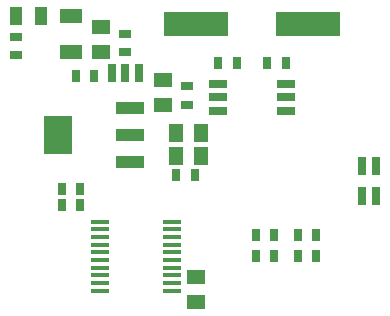
<source format=gtp>
G04 Layer_Color=8421504*
%FSLAX44Y44*%
%MOMM*%
G71*
G01*
G75*
%ADD10R,5.5000X2.0000*%
%ADD11R,2.3500X3.3000*%
%ADD12R,2.3500X1.0000*%
%ADD13R,1.6000X0.3500*%
%ADD14R,0.7500X1.0000*%
%ADD15R,1.1100X1.5400*%
%ADD16R,0.8000X1.5000*%
%ADD17R,1.5000X0.8000*%
%ADD18R,0.8000X1.0500*%
%ADD19R,1.0500X0.8000*%
%ADD20R,1.5500X1.1500*%
%ADD21R,1.8500X1.2000*%
%ADD22R,1.1500X1.5500*%
D10*
X298200Y247650D02*
D03*
X203200D02*
D03*
D11*
X86590Y153670D02*
D03*
D12*
X147090Y176670D02*
D03*
Y153670D02*
D03*
Y130670D02*
D03*
D13*
X121900Y80050D02*
D03*
Y73550D02*
D03*
Y67050D02*
D03*
Y60550D02*
D03*
Y54050D02*
D03*
Y47550D02*
D03*
Y41050D02*
D03*
Y34550D02*
D03*
Y28050D02*
D03*
Y21550D02*
D03*
X182900Y80050D02*
D03*
Y73550D02*
D03*
Y67050D02*
D03*
Y60550D02*
D03*
Y54050D02*
D03*
Y47550D02*
D03*
Y41050D02*
D03*
Y34550D02*
D03*
Y28050D02*
D03*
Y21550D02*
D03*
D14*
X254000Y50800D02*
D03*
X269500D02*
D03*
X304800D02*
D03*
X289300D02*
D03*
X304800Y68580D02*
D03*
X289300D02*
D03*
X254000D02*
D03*
X269500D02*
D03*
X90040Y107950D02*
D03*
X105540D02*
D03*
D15*
X50800Y254000D02*
D03*
X72300D02*
D03*
D16*
X132080Y205740D02*
D03*
X143510D02*
D03*
X154940D02*
D03*
X344170Y101600D02*
D03*
X355600D02*
D03*
X344170Y127000D02*
D03*
X355600D02*
D03*
D17*
X279150Y173990D02*
D03*
Y185420D02*
D03*
Y196850D02*
D03*
X222250Y173990D02*
D03*
Y185420D02*
D03*
Y196850D02*
D03*
D18*
X101340Y203490D02*
D03*
X116840D02*
D03*
X202190Y119380D02*
D03*
X186690D02*
D03*
X263650Y214630D02*
D03*
X279150D02*
D03*
X237750D02*
D03*
X222250D02*
D03*
X105410Y93980D02*
D03*
X89910D02*
D03*
D19*
X195580Y194570D02*
D03*
Y179070D02*
D03*
X143510Y239000D02*
D03*
Y223500D02*
D03*
X50800Y220850D02*
D03*
Y236350D02*
D03*
D20*
X175260Y179070D02*
D03*
Y200070D02*
D03*
X123190Y223500D02*
D03*
Y244500D02*
D03*
X203200Y33360D02*
D03*
Y12360D02*
D03*
D21*
X97700Y254000D02*
D03*
Y223500D02*
D03*
D22*
X186690Y135890D02*
D03*
X207690D02*
D03*
X186690Y154940D02*
D03*
X207690D02*
D03*
M02*

</source>
